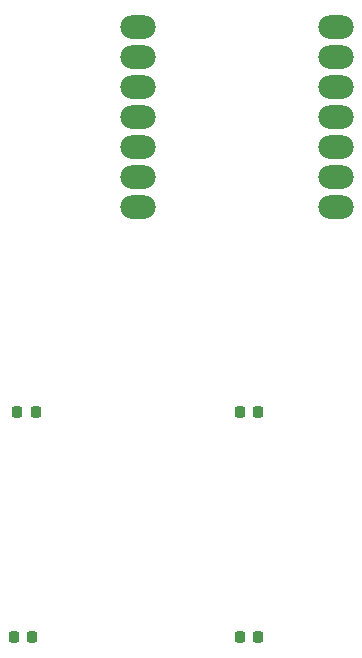
<source format=gtp>
%TF.GenerationSoftware,KiCad,Pcbnew,(6.0.9)*%
%TF.CreationDate,2023-02-13T00:06:44-05:00*%
%TF.ProjectId,Tang,54616e67-2e6b-4696-9361-645f70636258,rev?*%
%TF.SameCoordinates,Original*%
%TF.FileFunction,Paste,Top*%
%TF.FilePolarity,Positive*%
%FSLAX46Y46*%
G04 Gerber Fmt 4.6, Leading zero omitted, Abs format (unit mm)*
G04 Created by KiCad (PCBNEW (6.0.9)) date 2023-02-13 00:06:44*
%MOMM*%
%LPD*%
G01*
G04 APERTURE LIST*
G04 Aperture macros list*
%AMRoundRect*
0 Rectangle with rounded corners*
0 $1 Rounding radius*
0 $2 $3 $4 $5 $6 $7 $8 $9 X,Y pos of 4 corners*
0 Add a 4 corners polygon primitive as box body*
4,1,4,$2,$3,$4,$5,$6,$7,$8,$9,$2,$3,0*
0 Add four circle primitives for the rounded corners*
1,1,$1+$1,$2,$3*
1,1,$1+$1,$4,$5*
1,1,$1+$1,$6,$7*
1,1,$1+$1,$8,$9*
0 Add four rect primitives between the rounded corners*
20,1,$1+$1,$2,$3,$4,$5,0*
20,1,$1+$1,$4,$5,$6,$7,0*
20,1,$1+$1,$6,$7,$8,$9,0*
20,1,$1+$1,$8,$9,$2,$3,0*%
G04 Aperture macros list end*
%ADD10RoundRect,0.218750X-0.218750X-0.256250X0.218750X-0.256250X0.218750X0.256250X-0.218750X0.256250X0*%
%ADD11O,3.000000X2.000000*%
G04 APERTURE END LIST*
D10*
%TO.C,D2*%
X128712500Y-101000000D03*
X130287500Y-101000000D03*
%TD*%
%TO.C,D3*%
X109587500Y-120000000D03*
X111162500Y-120000000D03*
%TD*%
%TO.C,D4*%
X128712500Y-120000000D03*
X130287500Y-120000000D03*
%TD*%
%TO.C,D1*%
X109862500Y-101000000D03*
X111437500Y-101000000D03*
%TD*%
D11*
%TO.C,U1*%
X120118000Y-68380000D03*
X120118000Y-70920000D03*
X120118000Y-73460000D03*
X120118000Y-76000000D03*
X120118000Y-78540000D03*
X120118000Y-81080000D03*
X120118000Y-83620000D03*
X136882000Y-83620000D03*
X136882000Y-81080000D03*
X136882000Y-78540000D03*
X136882000Y-76000000D03*
X136882000Y-73460000D03*
X136882000Y-70920000D03*
X136882000Y-68380000D03*
%TD*%
M02*

</source>
